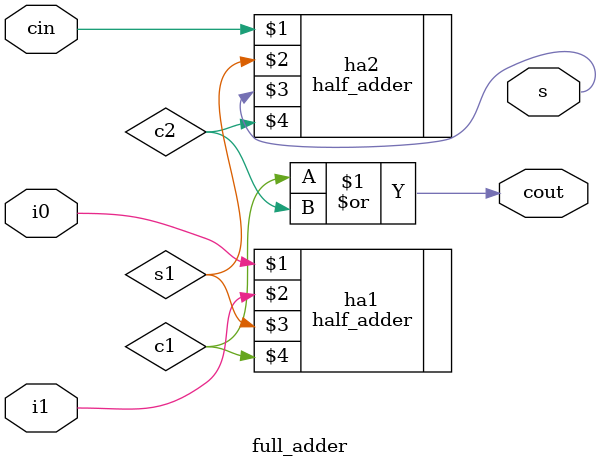
<source format=v>
`include "Adder/Half Adder/half_adder.v"

module full_adder(i0, i1, cin, s, cout);
    input i0, i1, cin;
    output s, cout;

    wire s1, c1, c2;

    half_adder ha1(i0, i1, s1, c1);
    half_adder ha2(cin, s1, s, c2);

    or o(cout, c1, c2);
endmodule
</source>
